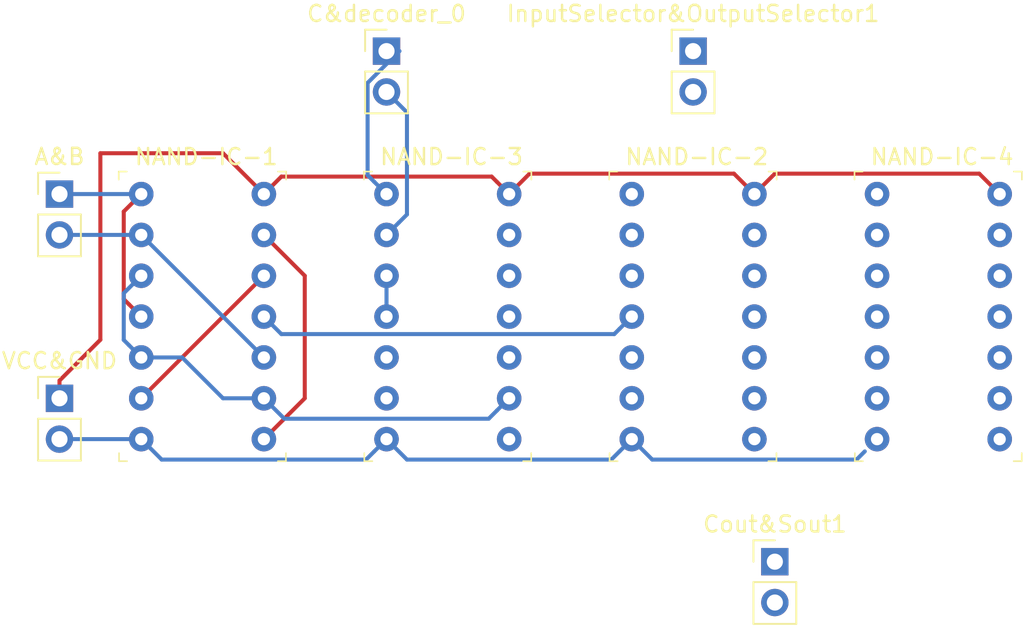
<source format=kicad_pcb>
(kicad_pcb (version 20171130) (host pcbnew 5.1.4)

  (general
    (thickness 1.6)
    (drawings 0)
    (tracks 63)
    (zones 0)
    (modules 9)
    (nets 24)
  )

  (page A4)
  (layers
    (0 F.Cu signal)
    (31 B.Cu signal)
    (32 B.Adhes user)
    (33 F.Adhes user)
    (34 B.Paste user)
    (35 F.Paste user)
    (36 B.SilkS user)
    (37 F.SilkS user)
    (38 B.Mask user)
    (39 F.Mask user)
    (40 Dwgs.User user)
    (41 Cmts.User user)
    (42 Eco1.User user)
    (43 Eco2.User user)
    (44 Edge.Cuts user)
    (45 Margin user)
    (46 B.CrtYd user)
    (47 F.CrtYd user)
    (48 B.Fab user)
    (49 F.Fab user hide)
  )

  (setup
    (last_trace_width 0.25)
    (trace_clearance 0.2)
    (zone_clearance 0.508)
    (zone_45_only no)
    (trace_min 0.2)
    (via_size 0.8)
    (via_drill 0.4)
    (via_min_size 0.4)
    (via_min_drill 0.3)
    (uvia_size 0.3)
    (uvia_drill 0.1)
    (uvias_allowed no)
    (uvia_min_size 0.2)
    (uvia_min_drill 0.1)
    (edge_width 0.05)
    (segment_width 0.2)
    (pcb_text_width 0.3)
    (pcb_text_size 1.5 1.5)
    (mod_edge_width 0.12)
    (mod_text_size 1 1)
    (mod_text_width 0.15)
    (pad_size 1.524 1.524)
    (pad_drill 0.762)
    (pad_to_mask_clearance 0.051)
    (solder_mask_min_width 0.25)
    (aux_axis_origin 0 0)
    (visible_elements FFFFFF7F)
    (pcbplotparams
      (layerselection 0x010fc_ffffffff)
      (usegerberextensions false)
      (usegerberattributes false)
      (usegerberadvancedattributes false)
      (creategerberjobfile false)
      (excludeedgelayer true)
      (linewidth 0.100000)
      (plotframeref false)
      (viasonmask false)
      (mode 1)
      (useauxorigin false)
      (hpglpennumber 1)
      (hpglpenspeed 20)
      (hpglpendiameter 15.000000)
      (psnegative false)
      (psa4output false)
      (plotreference true)
      (plotvalue true)
      (plotinvisibletext false)
      (padsonsilk false)
      (subtractmaskfromsilk false)
      (outputformat 1)
      (mirror false)
      (drillshape 1)
      (scaleselection 1)
      (outputdirectory ""))
  )

  (net 0 "")
  (net 1 "Net-(C&decoder_0-Pad1)")
  (net 2 "Net-(C&decoder_0-Pad2)")
  (net 3 "Net-(Cout&Sout1-Pad2)")
  (net 4 "Net-(Cout&Sout1-Pad1)")
  (net 5 "Net-(InputSelector&OutputSelector1-Pad1)")
  (net 6 "Net-(InputSelector&OutputSelector1-Pad2)")
  (net 7 "Net-(NAND-IC-1-Pad3)")
  (net 8 "Net-(NAND-IC-1-Pad12)")
  (net 9 "Net-(NAND-IC-1-Pad13)")
  (net 10 "Net-(NAND-IC-1-Pad11)")
  (net 11 "Net-(NAND-IC-2-Pad13)")
  (net 12 "Net-(NAND-IC-2-Pad12)")
  (net 13 "Net-(NAND-IC-2-Pad11)")
  (net 14 "Net-(NAND-IC-2-Pad10)")
  (net 15 "Net-(NAND-IC-2-Pad3)")
  (net 16 "Net-(NAND-IC-3-Pad3)")
  (net 17 "Net-(NAND-IC-4-Pad10)")
  (net 18 "Net-(NAND-IC-4-Pad12)")
  (net 19 "Net-(NAND-IC-4-Pad13)")
  (net 20 "Net-(JVCC&GND1-Pad1)")
  (net 21 "Net-(JVCC&GND1-Pad2)")
  (net 22 "Net-(A&B1-Pad1)")
  (net 23 "Net-(A&B1-Pad2)")

  (net_class Default "This is the default net class."
    (clearance 0.2)
    (trace_width 0.25)
    (via_dia 0.8)
    (via_drill 0.4)
    (uvia_dia 0.3)
    (uvia_drill 0.1)
    (add_net "Net-(A&B1-Pad1)")
    (add_net "Net-(A&B1-Pad2)")
    (add_net "Net-(C&decoder_0-Pad1)")
    (add_net "Net-(C&decoder_0-Pad2)")
    (add_net "Net-(Cout&Sout1-Pad1)")
    (add_net "Net-(Cout&Sout1-Pad2)")
    (add_net "Net-(InputSelector&OutputSelector1-Pad1)")
    (add_net "Net-(InputSelector&OutputSelector1-Pad2)")
    (add_net "Net-(JVCC&GND1-Pad1)")
    (add_net "Net-(JVCC&GND1-Pad2)")
    (add_net "Net-(NAND-IC-1-Pad11)")
    (add_net "Net-(NAND-IC-1-Pad12)")
    (add_net "Net-(NAND-IC-1-Pad13)")
    (add_net "Net-(NAND-IC-1-Pad3)")
    (add_net "Net-(NAND-IC-2-Pad10)")
    (add_net "Net-(NAND-IC-2-Pad11)")
    (add_net "Net-(NAND-IC-2-Pad12)")
    (add_net "Net-(NAND-IC-2-Pad13)")
    (add_net "Net-(NAND-IC-2-Pad3)")
    (add_net "Net-(NAND-IC-3-Pad3)")
    (add_net "Net-(NAND-IC-4-Pad10)")
    (add_net "Net-(NAND-IC-4-Pad12)")
    (add_net "Net-(NAND-IC-4-Pad13)")
  )

  (module Digikey:Socket_DIP-14_7.62mm_Conn (layer F.Cu) (tedit 5AA7D46B) (tstamp 5E018726)
    (at 92.71 -685.8)
    (descr http://www.assmann-wsw.com/fileadmin/datasheets/ASS_0810_CO.pdf)
    (path /5DFE03CB)
    (fp_text reference NAND-IC-2 (at 4.04 -2.32) (layer F.SilkS)
      (effects (font (size 1 1) (thickness 0.15)))
    )
    (fp_text value 74LS00 (at 4.58 18.21) (layer F.Fab)
      (effects (font (size 1 1) (thickness 0.15)))
    )
    (fp_line (start -1.53 -1.52) (end -1.53 16.76) (layer F.CrtYd) (width 0.05))
    (fp_line (start 9.13 16.76) (end -1.53 16.76) (layer F.CrtYd) (width 0.05))
    (fp_line (start 9.13 -1.52) (end 9.13 16.76) (layer F.CrtYd) (width 0.05))
    (fp_line (start 9.13 -1.52) (end -1.53 -1.52) (layer F.CrtYd) (width 0.05))
    (fp_text user %R (at 3.78 7.63) (layer F.Fab) hide
      (effects (font (size 1 1) (thickness 0.15)))
    )
    (fp_line (start 8.99 16.61) (end 8.99 16.11) (layer F.SilkS) (width 0.1))
    (fp_line (start 8.99 16.61) (end 8.49 16.61) (layer F.SilkS) (width 0.1))
    (fp_line (start -1.38 16.61) (end -0.88 16.61) (layer F.SilkS) (width 0.1))
    (fp_line (start -1.38 16.61) (end -1.38 16.11) (layer F.SilkS) (width 0.1))
    (fp_line (start -1.4 -1.4) (end -1.4 -0.9) (layer F.SilkS) (width 0.1))
    (fp_line (start -1.4 -1.4) (end -0.9 -1.4) (layer F.SilkS) (width 0.1))
    (fp_line (start 9 -1.4) (end 9 -0.9) (layer F.SilkS) (width 0.1))
    (fp_line (start 9 -1.4) (end 8.5 -1.4) (layer F.SilkS) (width 0.1))
    (fp_line (start -1.28 16.51) (end 8.88 16.51) (layer F.Fab) (width 0.1))
    (fp_line (start 8.88 -1.27) (end 8.88 16.51) (layer F.Fab) (width 0.1))
    (fp_line (start -1.28 -1.27) (end 8.88 -1.27) (layer F.Fab) (width 0.1))
    (fp_line (start -1.28 -1.27) (end -1.28 16.51) (layer F.Fab) (width 0.1))
    (pad 1 thru_hole circle (at 0 0) (size 1.524 1.524) (drill 0.762) (layers *.Cu *.Mask)
      (net 10 "Net-(NAND-IC-1-Pad11)"))
    (pad 2 thru_hole circle (at 0 2.54) (size 1.524 1.524) (drill 0.762) (layers *.Cu *.Mask)
      (net 14 "Net-(NAND-IC-2-Pad10)"))
    (pad 3 thru_hole circle (at 0 5.08) (size 1.524 1.524) (drill 0.762) (layers *.Cu *.Mask)
      (net 15 "Net-(NAND-IC-2-Pad3)"))
    (pad 4 thru_hole circle (at 0 7.62) (size 1.524 1.524) (drill 0.762) (layers *.Cu *.Mask)
      (net 10 "Net-(NAND-IC-1-Pad11)"))
    (pad 5 thru_hole circle (at 0 10.16) (size 1.524 1.524) (drill 0.762) (layers *.Cu *.Mask)
      (net 15 "Net-(NAND-IC-2-Pad3)"))
    (pad 6 thru_hole circle (at 0 12.7) (size 1.524 1.524) (drill 0.762) (layers *.Cu *.Mask)
      (net 12 "Net-(NAND-IC-2-Pad12)"))
    (pad 7 thru_hole circle (at 0 15.24) (size 1.524 1.524) (drill 0.762) (layers *.Cu *.Mask)
      (net 21 "Net-(JVCC&GND1-Pad2)"))
    (pad 8 thru_hole circle (at 7.62 15.24) (size 1.524 1.524) (drill 0.762) (layers *.Cu *.Mask)
      (net 11 "Net-(NAND-IC-2-Pad13)"))
    (pad 9 thru_hole circle (at 7.62 12.7) (size 1.524 1.524) (drill 0.762) (layers *.Cu *.Mask)
      (net 15 "Net-(NAND-IC-2-Pad3)"))
    (pad 10 thru_hole circle (at 7.62 10.16) (size 1.524 1.524) (drill 0.762) (layers *.Cu *.Mask)
      (net 14 "Net-(NAND-IC-2-Pad10)"))
    (pad 11 thru_hole circle (at 7.62 7.62) (size 1.524 1.524) (drill 0.762) (layers *.Cu *.Mask)
      (net 13 "Net-(NAND-IC-2-Pad11)"))
    (pad 12 thru_hole circle (at 7.62 5.08) (size 1.524 1.524) (drill 0.762) (layers *.Cu *.Mask)
      (net 12 "Net-(NAND-IC-2-Pad12)"))
    (pad 13 thru_hole circle (at 7.62 2.54) (size 1.524 1.524) (drill 0.762) (layers *.Cu *.Mask)
      (net 11 "Net-(NAND-IC-2-Pad13)"))
    (pad 14 thru_hole circle (at 7.62 0) (size 1.524 1.524) (drill 0.762) (layers *.Cu *.Mask)
      (net 20 "Net-(JVCC&GND1-Pad1)"))
  )

  (module Digikey:Socket_DIP-14_7.62mm_Conn (layer F.Cu) (tedit 5AA7D46B) (tstamp 5E018703)
    (at 62.23 -685.8)
    (descr http://www.assmann-wsw.com/fileadmin/datasheets/ASS_0810_CO.pdf)
    (path /5DFBF997)
    (fp_text reference NAND-IC-1 (at 4.04 -2.32) (layer F.SilkS)
      (effects (font (size 1 1) (thickness 0.15)))
    )
    (fp_text value 74LS00 (at 4.58 18.21) (layer F.Fab)
      (effects (font (size 1 1) (thickness 0.15)))
    )
    (fp_line (start -1.28 -1.27) (end -1.28 16.51) (layer F.Fab) (width 0.1))
    (fp_line (start -1.28 -1.27) (end 8.88 -1.27) (layer F.Fab) (width 0.1))
    (fp_line (start 8.88 -1.27) (end 8.88 16.51) (layer F.Fab) (width 0.1))
    (fp_line (start -1.28 16.51) (end 8.88 16.51) (layer F.Fab) (width 0.1))
    (fp_line (start 9 -1.4) (end 8.5 -1.4) (layer F.SilkS) (width 0.1))
    (fp_line (start 9 -1.4) (end 9 -0.9) (layer F.SilkS) (width 0.1))
    (fp_line (start -1.4 -1.4) (end -0.9 -1.4) (layer F.SilkS) (width 0.1))
    (fp_line (start -1.4 -1.4) (end -1.4 -0.9) (layer F.SilkS) (width 0.1))
    (fp_line (start -1.38 16.61) (end -1.38 16.11) (layer F.SilkS) (width 0.1))
    (fp_line (start -1.38 16.61) (end -0.88 16.61) (layer F.SilkS) (width 0.1))
    (fp_line (start 8.99 16.61) (end 8.49 16.61) (layer F.SilkS) (width 0.1))
    (fp_line (start 8.99 16.61) (end 8.99 16.11) (layer F.SilkS) (width 0.1))
    (fp_text user %R (at 3.78 7.63) (layer F.Fab) hide
      (effects (font (size 1 1) (thickness 0.15)))
    )
    (fp_line (start 9.13 -1.52) (end -1.53 -1.52) (layer F.CrtYd) (width 0.05))
    (fp_line (start 9.13 -1.52) (end 9.13 16.76) (layer F.CrtYd) (width 0.05))
    (fp_line (start 9.13 16.76) (end -1.53 16.76) (layer F.CrtYd) (width 0.05))
    (fp_line (start -1.53 -1.52) (end -1.53 16.76) (layer F.CrtYd) (width 0.05))
    (pad 14 thru_hole circle (at 7.62 0) (size 1.524 1.524) (drill 0.762) (layers *.Cu *.Mask)
      (net 20 "Net-(JVCC&GND1-Pad1)"))
    (pad 13 thru_hole circle (at 7.62 2.54) (size 1.524 1.524) (drill 0.762) (layers *.Cu *.Mask)
      (net 9 "Net-(NAND-IC-1-Pad13)"))
    (pad 12 thru_hole circle (at 7.62 5.08) (size 1.524 1.524) (drill 0.762) (layers *.Cu *.Mask)
      (net 8 "Net-(NAND-IC-1-Pad12)"))
    (pad 11 thru_hole circle (at 7.62 7.62) (size 1.524 1.524) (drill 0.762) (layers *.Cu *.Mask)
      (net 10 "Net-(NAND-IC-1-Pad11)"))
    (pad 10 thru_hole circle (at 7.62 10.16) (size 1.524 1.524) (drill 0.762) (layers *.Cu *.Mask)
      (net 23 "Net-(A&B1-Pad2)"))
    (pad 9 thru_hole circle (at 7.62 12.7) (size 1.524 1.524) (drill 0.762) (layers *.Cu *.Mask)
      (net 7 "Net-(NAND-IC-1-Pad3)"))
    (pad 8 thru_hole circle (at 7.62 15.24) (size 1.524 1.524) (drill 0.762) (layers *.Cu *.Mask)
      (net 9 "Net-(NAND-IC-1-Pad13)"))
    (pad 7 thru_hole circle (at 0 15.24) (size 1.524 1.524) (drill 0.762) (layers *.Cu *.Mask)
      (net 21 "Net-(JVCC&GND1-Pad2)"))
    (pad 6 thru_hole circle (at 0 12.7) (size 1.524 1.524) (drill 0.762) (layers *.Cu *.Mask)
      (net 8 "Net-(NAND-IC-1-Pad12)"))
    (pad 5 thru_hole circle (at 0 10.16) (size 1.524 1.524) (drill 0.762) (layers *.Cu *.Mask)
      (net 7 "Net-(NAND-IC-1-Pad3)"))
    (pad 4 thru_hole circle (at 0 7.62) (size 1.524 1.524) (drill 0.762) (layers *.Cu *.Mask)
      (net 22 "Net-(A&B1-Pad1)"))
    (pad 3 thru_hole circle (at 0 5.08) (size 1.524 1.524) (drill 0.762) (layers *.Cu *.Mask)
      (net 7 "Net-(NAND-IC-1-Pad3)"))
    (pad 2 thru_hole circle (at 0 2.54) (size 1.524 1.524) (drill 0.762) (layers *.Cu *.Mask)
      (net 23 "Net-(A&B1-Pad2)"))
    (pad 1 thru_hole circle (at 0 0) (size 1.524 1.524) (drill 0.762) (layers *.Cu *.Mask)
      (net 22 "Net-(A&B1-Pad1)"))
  )

  (module Digikey:Socket_DIP-14_7.62mm_Conn (layer F.Cu) (tedit 5AA7D46B) (tstamp 5E018749)
    (at 77.47 -685.8)
    (descr http://www.assmann-wsw.com/fileadmin/datasheets/ASS_0810_CO.pdf)
    (path /5DE690BD)
    (fp_text reference NAND-IC-3 (at 4.04 -2.32) (layer F.SilkS)
      (effects (font (size 1 1) (thickness 0.15)))
    )
    (fp_text value 74LS00 (at 4.58 18.21) (layer F.Fab)
      (effects (font (size 1 1) (thickness 0.15)))
    )
    (fp_line (start -1.53 -1.52) (end -1.53 16.76) (layer F.CrtYd) (width 0.05))
    (fp_line (start 9.13 16.76) (end -1.53 16.76) (layer F.CrtYd) (width 0.05))
    (fp_line (start 9.13 -1.52) (end 9.13 16.76) (layer F.CrtYd) (width 0.05))
    (fp_line (start 9.13 -1.52) (end -1.53 -1.52) (layer F.CrtYd) (width 0.05))
    (fp_text user %R (at 3.81 5.08) (layer F.Fab) hide
      (effects (font (size 1 1) (thickness 0.15)))
    )
    (fp_line (start 8.99 16.61) (end 8.99 16.11) (layer F.SilkS) (width 0.1))
    (fp_line (start 8.99 16.61) (end 8.49 16.61) (layer F.SilkS) (width 0.1))
    (fp_line (start -1.38 16.61) (end -0.88 16.61) (layer F.SilkS) (width 0.1))
    (fp_line (start -1.38 16.61) (end -1.38 16.11) (layer F.SilkS) (width 0.1))
    (fp_line (start -1.4 -1.4) (end -1.4 -0.9) (layer F.SilkS) (width 0.1))
    (fp_line (start -1.4 -1.4) (end -0.9 -1.4) (layer F.SilkS) (width 0.1))
    (fp_line (start 9 -1.4) (end 9 -0.9) (layer F.SilkS) (width 0.1))
    (fp_line (start 9 -1.4) (end 8.5 -1.4) (layer F.SilkS) (width 0.1))
    (fp_line (start -1.28 16.51) (end 8.88 16.51) (layer F.Fab) (width 0.1))
    (fp_line (start 8.88 -1.27) (end 8.88 16.51) (layer F.Fab) (width 0.1))
    (fp_line (start -1.28 -1.27) (end 8.88 -1.27) (layer F.Fab) (width 0.1))
    (fp_line (start -1.28 -1.27) (end -1.28 16.51) (layer F.Fab) (width 0.1))
    (pad 1 thru_hole circle (at 0 0) (size 1.524 1.524) (drill 0.762) (layers *.Cu *.Mask)
      (net 1 "Net-(C&decoder_0-Pad1)"))
    (pad 2 thru_hole circle (at 0 2.54) (size 1.524 1.524) (drill 0.762) (layers *.Cu *.Mask)
      (net 2 "Net-(C&decoder_0-Pad2)"))
    (pad 3 thru_hole circle (at 0 5.08) (size 1.524 1.524) (drill 0.762) (layers *.Cu *.Mask)
      (net 16 "Net-(NAND-IC-3-Pad3)"))
    (pad 4 thru_hole circle (at 0 7.62) (size 1.524 1.524) (drill 0.762) (layers *.Cu *.Mask)
      (net 16 "Net-(NAND-IC-3-Pad3)"))
    (pad 5 thru_hole circle (at 0 10.16) (size 1.524 1.524) (drill 0.762) (layers *.Cu *.Mask)
      (net 5 "Net-(InputSelector&OutputSelector1-Pad1)"))
    (pad 6 thru_hole circle (at 0 12.7) (size 1.524 1.524) (drill 0.762) (layers *.Cu *.Mask)
      (net 14 "Net-(NAND-IC-2-Pad10)"))
    (pad 7 thru_hole circle (at 0 15.24) (size 1.524 1.524) (drill 0.762) (layers *.Cu *.Mask)
      (net 21 "Net-(JVCC&GND1-Pad2)"))
    (pad 8 thru_hole circle (at 7.62 15.24) (size 1.524 1.524) (drill 0.762) (layers *.Cu *.Mask)
      (net 4 "Net-(Cout&Sout1-Pad1)"))
    (pad 9 thru_hole circle (at 7.62 12.7) (size 1.524 1.524) (drill 0.762) (layers *.Cu *.Mask)
      (net 7 "Net-(NAND-IC-1-Pad3)"))
    (pad 10 thru_hole circle (at 7.62 10.16) (size 1.524 1.524) (drill 0.762) (layers *.Cu *.Mask)
      (net 15 "Net-(NAND-IC-2-Pad3)"))
    (pad 11 thru_hole circle (at 7.62 7.62) (size 1.524 1.524) (drill 0.762) (layers *.Cu *.Mask))
    (pad 12 thru_hole circle (at 7.62 5.08) (size 1.524 1.524) (drill 0.762) (layers *.Cu *.Mask))
    (pad 13 thru_hole circle (at 7.62 2.54) (size 1.524 1.524) (drill 0.762) (layers *.Cu *.Mask))
    (pad 14 thru_hole circle (at 7.62 0) (size 1.524 1.524) (drill 0.762) (layers *.Cu *.Mask)
      (net 20 "Net-(JVCC&GND1-Pad1)"))
  )

  (module Digikey:Socket_DIP-14_7.62mm_Conn (layer F.Cu) (tedit 5AA7D46B) (tstamp 5E01876C)
    (at 107.95 -685.8)
    (descr http://www.assmann-wsw.com/fileadmin/datasheets/ASS_0810_CO.pdf)
    (path /5E0EDF5A)
    (fp_text reference NAND-IC-4 (at 4.04 -2.32) (layer F.SilkS)
      (effects (font (size 1 1) (thickness 0.15)))
    )
    (fp_text value 74LS00 (at 4.58 18.21) (layer F.Fab)
      (effects (font (size 1 1) (thickness 0.15)))
    )
    (fp_line (start -1.28 -1.27) (end -1.28 16.51) (layer F.Fab) (width 0.1))
    (fp_line (start -1.28 -1.27) (end 8.88 -1.27) (layer F.Fab) (width 0.1))
    (fp_line (start 8.88 -1.27) (end 8.88 16.51) (layer F.Fab) (width 0.1))
    (fp_line (start -1.28 16.51) (end 8.88 16.51) (layer F.Fab) (width 0.1))
    (fp_line (start 9 -1.4) (end 8.5 -1.4) (layer F.SilkS) (width 0.1))
    (fp_line (start 9 -1.4) (end 9 -0.9) (layer F.SilkS) (width 0.1))
    (fp_line (start -1.4 -1.4) (end -0.9 -1.4) (layer F.SilkS) (width 0.1))
    (fp_line (start -1.4 -1.4) (end -1.4 -0.9) (layer F.SilkS) (width 0.1))
    (fp_line (start -1.38 16.61) (end -1.38 16.11) (layer F.SilkS) (width 0.1))
    (fp_line (start -1.38 16.61) (end -0.88 16.61) (layer F.SilkS) (width 0.1))
    (fp_line (start 8.99 16.61) (end 8.49 16.61) (layer F.SilkS) (width 0.1))
    (fp_line (start 8.99 16.61) (end 8.99 16.11) (layer F.SilkS) (width 0.1))
    (fp_text user %R (at 3.78 7.63) (layer F.Fab) hide
      (effects (font (size 1 1) (thickness 0.15)))
    )
    (fp_line (start 9.13 -1.52) (end -1.53 -1.52) (layer F.CrtYd) (width 0.05))
    (fp_line (start 9.13 -1.52) (end 9.13 16.76) (layer F.CrtYd) (width 0.05))
    (fp_line (start 9.13 16.76) (end -1.53 16.76) (layer F.CrtYd) (width 0.05))
    (fp_line (start -1.53 -1.52) (end -1.53 16.76) (layer F.CrtYd) (width 0.05))
    (pad 14 thru_hole circle (at 7.62 0) (size 1.524 1.524) (drill 0.762) (layers *.Cu *.Mask)
      (net 20 "Net-(JVCC&GND1-Pad1)"))
    (pad 13 thru_hole circle (at 7.62 2.54) (size 1.524 1.524) (drill 0.762) (layers *.Cu *.Mask)
      (net 19 "Net-(NAND-IC-4-Pad13)"))
    (pad 12 thru_hole circle (at 7.62 5.08) (size 1.524 1.524) (drill 0.762) (layers *.Cu *.Mask)
      (net 18 "Net-(NAND-IC-4-Pad12)"))
    (pad 11 thru_hole circle (at 7.62 7.62) (size 1.524 1.524) (drill 0.762) (layers *.Cu *.Mask)
      (net 3 "Net-(Cout&Sout1-Pad2)"))
    (pad 10 thru_hole circle (at 7.62 10.16) (size 1.524 1.524) (drill 0.762) (layers *.Cu *.Mask)
      (net 17 "Net-(NAND-IC-4-Pad10)"))
    (pad 9 thru_hole circle (at 7.62 12.7) (size 1.524 1.524) (drill 0.762) (layers *.Cu *.Mask)
      (net 13 "Net-(NAND-IC-2-Pad11)"))
    (pad 8 thru_hole circle (at 7.62 15.24) (size 1.524 1.524) (drill 0.762) (layers *.Cu *.Mask)
      (net 19 "Net-(NAND-IC-4-Pad13)"))
    (pad 7 thru_hole circle (at 0 15.24) (size 1.524 1.524) (drill 0.762) (layers *.Cu *.Mask)
      (net 21 "Net-(JVCC&GND1-Pad2)"))
    (pad 6 thru_hole circle (at 0 12.7) (size 1.524 1.524) (drill 0.762) (layers *.Cu *.Mask)
      (net 18 "Net-(NAND-IC-4-Pad12)"))
    (pad 5 thru_hole circle (at 0 10.16) (size 1.524 1.524) (drill 0.762) (layers *.Cu *.Mask)
      (net 6 "Net-(InputSelector&OutputSelector1-Pad2)"))
    (pad 4 thru_hole circle (at 0 7.62) (size 1.524 1.524) (drill 0.762) (layers *.Cu *.Mask)
      (net 4 "Net-(Cout&Sout1-Pad1)"))
    (pad 3 thru_hole circle (at 0 5.08) (size 1.524 1.524) (drill 0.762) (layers *.Cu *.Mask)
      (net 17 "Net-(NAND-IC-4-Pad10)"))
    (pad 2 thru_hole circle (at 0 2.54) (size 1.524 1.524) (drill 0.762) (layers *.Cu *.Mask)
      (net 6 "Net-(InputSelector&OutputSelector1-Pad2)"))
    (pad 1 thru_hole circle (at 0 0) (size 1.524 1.524) (drill 0.762) (layers *.Cu *.Mask)
      (net 6 "Net-(InputSelector&OutputSelector1-Pad2)"))
  )

  (module Connector_PinHeader_2.54mm:PinHeader_1x02_P2.54mm_Vertical (layer F.Cu) (tedit 59FED5CC) (tstamp 5E0191AC)
    (at 77.47 -694.69)
    (descr "Through hole straight pin header, 1x02, 2.54mm pitch, single row")
    (tags "Through hole pin header THT 1x02 2.54mm single row")
    (path /5E0E8985)
    (fp_text reference C&decoder_0 (at 0 -2.33) (layer F.SilkS)
      (effects (font (size 1 1) (thickness 0.15)))
    )
    (fp_text value Conn_01x02 (at 0 4.87) (layer F.Fab)
      (effects (font (size 1 1) (thickness 0.15)))
    )
    (fp_text user %R (at 0 1.27 90) (layer F.Fab) hide
      (effects (font (size 1 1) (thickness 0.15)))
    )
    (fp_line (start 1.8 -1.8) (end -1.8 -1.8) (layer F.CrtYd) (width 0.05))
    (fp_line (start 1.8 4.35) (end 1.8 -1.8) (layer F.CrtYd) (width 0.05))
    (fp_line (start -1.8 4.35) (end 1.8 4.35) (layer F.CrtYd) (width 0.05))
    (fp_line (start -1.8 -1.8) (end -1.8 4.35) (layer F.CrtYd) (width 0.05))
    (fp_line (start -1.33 -1.33) (end 0 -1.33) (layer F.SilkS) (width 0.12))
    (fp_line (start -1.33 0) (end -1.33 -1.33) (layer F.SilkS) (width 0.12))
    (fp_line (start -1.33 1.27) (end 1.33 1.27) (layer F.SilkS) (width 0.12))
    (fp_line (start 1.33 1.27) (end 1.33 3.87) (layer F.SilkS) (width 0.12))
    (fp_line (start -1.33 1.27) (end -1.33 3.87) (layer F.SilkS) (width 0.12))
    (fp_line (start -1.33 3.87) (end 1.33 3.87) (layer F.SilkS) (width 0.12))
    (fp_line (start -1.27 -0.635) (end -0.635 -1.27) (layer F.Fab) (width 0.1))
    (fp_line (start -1.27 3.81) (end -1.27 -0.635) (layer F.Fab) (width 0.1))
    (fp_line (start 1.27 3.81) (end -1.27 3.81) (layer F.Fab) (width 0.1))
    (fp_line (start 1.27 -1.27) (end 1.27 3.81) (layer F.Fab) (width 0.1))
    (fp_line (start -0.635 -1.27) (end 1.27 -1.27) (layer F.Fab) (width 0.1))
    (pad 2 thru_hole oval (at 0 2.54) (size 1.7 1.7) (drill 1) (layers *.Cu *.Mask)
      (net 2 "Net-(C&decoder_0-Pad2)"))
    (pad 1 thru_hole rect (at 0 0) (size 1.7 1.7) (drill 1) (layers *.Cu *.Mask)
      (net 1 "Net-(C&decoder_0-Pad1)"))
    (model ${KISYS3DMOD}/Connector_PinHeader_2.54mm.3dshapes/PinHeader_1x02_P2.54mm_Vertical.wrl
      (at (xyz 0 0 0))
      (scale (xyz 1 1 1))
      (rotate (xyz 0 0 0))
    )
  )

  (module Connector_PinHeader_2.54mm:PinHeader_1x02_P2.54mm_Vertical (layer F.Cu) (tedit 59FED5CC) (tstamp 5E0191C1)
    (at 101.6 -662.94)
    (descr "Through hole straight pin header, 1x02, 2.54mm pitch, single row")
    (tags "Through hole pin header THT 1x02 2.54mm single row")
    (path /5E1AD419)
    (fp_text reference Cout&Sout1 (at 0 -2.33) (layer F.SilkS)
      (effects (font (size 1 1) (thickness 0.15)))
    )
    (fp_text value Conn_01x02 (at 0 4.87) (layer F.Fab)
      (effects (font (size 1 1) (thickness 0.15)))
    )
    (fp_line (start -0.635 -1.27) (end 1.27 -1.27) (layer F.Fab) (width 0.1))
    (fp_line (start 1.27 -1.27) (end 1.27 3.81) (layer F.Fab) (width 0.1))
    (fp_line (start 1.27 3.81) (end -1.27 3.81) (layer F.Fab) (width 0.1))
    (fp_line (start -1.27 3.81) (end -1.27 -0.635) (layer F.Fab) (width 0.1))
    (fp_line (start -1.27 -0.635) (end -0.635 -1.27) (layer F.Fab) (width 0.1))
    (fp_line (start -1.33 3.87) (end 1.33 3.87) (layer F.SilkS) (width 0.12))
    (fp_line (start -1.33 1.27) (end -1.33 3.87) (layer F.SilkS) (width 0.12))
    (fp_line (start 1.33 1.27) (end 1.33 3.87) (layer F.SilkS) (width 0.12))
    (fp_line (start -1.33 1.27) (end 1.33 1.27) (layer F.SilkS) (width 0.12))
    (fp_line (start -1.33 0) (end -1.33 -1.33) (layer F.SilkS) (width 0.12))
    (fp_line (start -1.33 -1.33) (end 0 -1.33) (layer F.SilkS) (width 0.12))
    (fp_line (start -1.8 -1.8) (end -1.8 4.35) (layer F.CrtYd) (width 0.05))
    (fp_line (start -1.8 4.35) (end 1.8 4.35) (layer F.CrtYd) (width 0.05))
    (fp_line (start 1.8 4.35) (end 1.8 -1.8) (layer F.CrtYd) (width 0.05))
    (fp_line (start 1.8 -1.8) (end -1.8 -1.8) (layer F.CrtYd) (width 0.05))
    (fp_text user %R (at 0 1.27 90) (layer F.Fab) hide
      (effects (font (size 1 1) (thickness 0.15)))
    )
    (pad 1 thru_hole rect (at 0 0) (size 1.7 1.7) (drill 1) (layers *.Cu *.Mask)
      (net 4 "Net-(Cout&Sout1-Pad1)"))
    (pad 2 thru_hole oval (at 0 2.54) (size 1.7 1.7) (drill 1) (layers *.Cu *.Mask)
      (net 3 "Net-(Cout&Sout1-Pad2)"))
    (model ${KISYS3DMOD}/Connector_PinHeader_2.54mm.3dshapes/PinHeader_1x02_P2.54mm_Vertical.wrl
      (at (xyz 0 0 0))
      (scale (xyz 1 1 1))
      (rotate (xyz 0 0 0))
    )
  )

  (module Connector_PinHeader_2.54mm:PinHeader_1x02_P2.54mm_Vertical (layer F.Cu) (tedit 59FED5CC) (tstamp 5E0191EB)
    (at 96.52 -694.69)
    (descr "Through hole straight pin header, 1x02, 2.54mm pitch, single row")
    (tags "Through hole pin header THT 1x02 2.54mm single row")
    (path /5E0DD4AF)
    (fp_text reference InputSelector&OutputSelector1 (at 0 -2.33) (layer F.SilkS)
      (effects (font (size 1 1) (thickness 0.15)))
    )
    (fp_text value Conn_01x02 (at 0 4.87) (layer F.Fab)
      (effects (font (size 1 1) (thickness 0.15)))
    )
    (fp_line (start -0.635 -1.27) (end 1.27 -1.27) (layer F.Fab) (width 0.1))
    (fp_line (start 1.27 -1.27) (end 1.27 3.81) (layer F.Fab) (width 0.1))
    (fp_line (start 1.27 3.81) (end -1.27 3.81) (layer F.Fab) (width 0.1))
    (fp_line (start -1.27 3.81) (end -1.27 -0.635) (layer F.Fab) (width 0.1))
    (fp_line (start -1.27 -0.635) (end -0.635 -1.27) (layer F.Fab) (width 0.1))
    (fp_line (start -1.33 3.87) (end 1.33 3.87) (layer F.SilkS) (width 0.12))
    (fp_line (start -1.33 1.27) (end -1.33 3.87) (layer F.SilkS) (width 0.12))
    (fp_line (start 1.33 1.27) (end 1.33 3.87) (layer F.SilkS) (width 0.12))
    (fp_line (start -1.33 1.27) (end 1.33 1.27) (layer F.SilkS) (width 0.12))
    (fp_line (start -1.33 0) (end -1.33 -1.33) (layer F.SilkS) (width 0.12))
    (fp_line (start -1.33 -1.33) (end 0 -1.33) (layer F.SilkS) (width 0.12))
    (fp_line (start -1.8 -1.8) (end -1.8 4.35) (layer F.CrtYd) (width 0.05))
    (fp_line (start -1.8 4.35) (end 1.8 4.35) (layer F.CrtYd) (width 0.05))
    (fp_line (start 1.8 4.35) (end 1.8 -1.8) (layer F.CrtYd) (width 0.05))
    (fp_line (start 1.8 -1.8) (end -1.8 -1.8) (layer F.CrtYd) (width 0.05))
    (fp_text user %R (at 0 1.27 90) (layer F.Fab) hide
      (effects (font (size 1 1) (thickness 0.15)))
    )
    (pad 1 thru_hole rect (at 0 0) (size 1.7 1.7) (drill 1) (layers *.Cu *.Mask)
      (net 5 "Net-(InputSelector&OutputSelector1-Pad1)"))
    (pad 2 thru_hole oval (at 0 2.54) (size 1.7 1.7) (drill 1) (layers *.Cu *.Mask)
      (net 6 "Net-(InputSelector&OutputSelector1-Pad2)"))
    (model ${KISYS3DMOD}/Connector_PinHeader_2.54mm.3dshapes/PinHeader_1x02_P2.54mm_Vertical.wrl
      (at (xyz 0 0 0))
      (scale (xyz 1 1 1))
      (rotate (xyz 0 0 0))
    )
  )

  (module Connector_PinHeader_2.54mm:PinHeader_1x02_P2.54mm_Vertical (layer F.Cu) (tedit 59FED5CC) (tstamp 5E019200)
    (at 57.15 -673.1)
    (descr "Through hole straight pin header, 1x02, 2.54mm pitch, single row")
    (tags "Through hole pin header THT 1x02 2.54mm single row")
    (path /5E05D4E7)
    (fp_text reference VCC&GND (at 0 -2.33) (layer F.SilkS)
      (effects (font (size 1 1) (thickness 0.15)))
    )
    (fp_text value Conn_01x02 (at 0 4.87) (layer F.Fab)
      (effects (font (size 1 1) (thickness 0.15)))
    )
    (fp_line (start -0.635 -1.27) (end 1.27 -1.27) (layer F.Fab) (width 0.1))
    (fp_line (start 1.27 -1.27) (end 1.27 3.81) (layer F.Fab) (width 0.1))
    (fp_line (start 1.27 3.81) (end -1.27 3.81) (layer F.Fab) (width 0.1))
    (fp_line (start -1.27 3.81) (end -1.27 -0.635) (layer F.Fab) (width 0.1))
    (fp_line (start -1.27 -0.635) (end -0.635 -1.27) (layer F.Fab) (width 0.1))
    (fp_line (start -1.33 3.87) (end 1.33 3.87) (layer F.SilkS) (width 0.12))
    (fp_line (start -1.33 1.27) (end -1.33 3.87) (layer F.SilkS) (width 0.12))
    (fp_line (start 1.33 1.27) (end 1.33 3.87) (layer F.SilkS) (width 0.12))
    (fp_line (start -1.33 1.27) (end 1.33 1.27) (layer F.SilkS) (width 0.12))
    (fp_line (start -1.33 0) (end -1.33 -1.33) (layer F.SilkS) (width 0.12))
    (fp_line (start -1.33 -1.33) (end 0 -1.33) (layer F.SilkS) (width 0.12))
    (fp_line (start -1.8 -1.8) (end -1.8 4.35) (layer F.CrtYd) (width 0.05))
    (fp_line (start -1.8 4.35) (end 1.8 4.35) (layer F.CrtYd) (width 0.05))
    (fp_line (start 1.8 4.35) (end 1.8 -1.8) (layer F.CrtYd) (width 0.05))
    (fp_line (start 1.8 -1.8) (end -1.8 -1.8) (layer F.CrtYd) (width 0.05))
    (fp_text user %R (at 0 1.27 90) (layer F.Fab) hide
      (effects (font (size 1 1) (thickness 0.15)))
    )
    (pad 1 thru_hole rect (at 0 0) (size 1.7 1.7) (drill 1) (layers *.Cu *.Mask)
      (net 20 "Net-(JVCC&GND1-Pad1)"))
    (pad 2 thru_hole oval (at 0 2.54) (size 1.7 1.7) (drill 1) (layers *.Cu *.Mask)
      (net 21 "Net-(JVCC&GND1-Pad2)"))
    (model ${KISYS3DMOD}/Connector_PinHeader_2.54mm.3dshapes/PinHeader_1x02_P2.54mm_Vertical.wrl
      (at (xyz 0 0 0))
      (scale (xyz 1 1 1))
      (rotate (xyz 0 0 0))
    )
  )

  (module Connector_PinHeader_2.54mm:PinHeader_1x02_P2.54mm_Vertical (layer F.Cu) (tedit 59FED5CC) (tstamp 5E0196CA)
    (at 57.15 -685.8)
    (descr "Through hole straight pin header, 1x02, 2.54mm pitch, single row")
    (tags "Through hole pin header THT 1x02 2.54mm single row")
    (path /5E0BA8C4)
    (fp_text reference A&B (at 0 -2.33) (layer F.SilkS)
      (effects (font (size 1 1) (thickness 0.15)))
    )
    (fp_text value Conn_01x02 (at 0 4.87) (layer F.Fab)
      (effects (font (size 1 1) (thickness 0.15)))
    )
    (fp_line (start -0.635 -1.27) (end 1.27 -1.27) (layer F.Fab) (width 0.1))
    (fp_line (start 1.27 -1.27) (end 1.27 3.81) (layer F.Fab) (width 0.1))
    (fp_line (start 1.27 3.81) (end -1.27 3.81) (layer F.Fab) (width 0.1))
    (fp_line (start -1.27 3.81) (end -1.27 -0.635) (layer F.Fab) (width 0.1))
    (fp_line (start -1.27 -0.635) (end -0.635 -1.27) (layer F.Fab) (width 0.1))
    (fp_line (start -1.33 3.87) (end 1.33 3.87) (layer F.SilkS) (width 0.12))
    (fp_line (start -1.33 1.27) (end -1.33 3.87) (layer F.SilkS) (width 0.12))
    (fp_line (start 1.33 1.27) (end 1.33 3.87) (layer F.SilkS) (width 0.12))
    (fp_line (start -1.33 1.27) (end 1.33 1.27) (layer F.SilkS) (width 0.12))
    (fp_line (start -1.33 0) (end -1.33 -1.33) (layer F.SilkS) (width 0.12))
    (fp_line (start -1.33 -1.33) (end 0 -1.33) (layer F.SilkS) (width 0.12))
    (fp_line (start -1.8 -1.8) (end -1.8 4.35) (layer F.CrtYd) (width 0.05))
    (fp_line (start -1.8 4.35) (end 1.8 4.35) (layer F.CrtYd) (width 0.05))
    (fp_line (start 1.8 4.35) (end 1.8 -1.8) (layer F.CrtYd) (width 0.05))
    (fp_line (start 1.8 -1.8) (end -1.8 -1.8) (layer F.CrtYd) (width 0.05))
    (fp_text user %R (at 0 3.81 90) (layer F.Fab)
      (effects (font (size 1 1) (thickness 0.15)))
    )
    (pad 1 thru_hole rect (at 0 0) (size 1.7 1.7) (drill 1) (layers *.Cu *.Mask)
      (net 22 "Net-(A&B1-Pad1)"))
    (pad 2 thru_hole oval (at 0 2.54) (size 1.7 1.7) (drill 1) (layers *.Cu *.Mask)
      (net 23 "Net-(A&B1-Pad2)"))
    (model ${KISYS3DMOD}/Connector_PinHeader_2.54mm.3dshapes/PinHeader_1x02_P2.54mm_Vertical.wrl
      (at (xyz 0 0 0))
      (scale (xyz 1 1 1))
      (rotate (xyz 0 0 0))
    )
  )

  (segment (start 76.708001 -686.561999) (end 77.47 -685.8) (width 0.25) (layer B.Cu) (net 1))
  (segment (start 76.294999 -692.714001) (end 76.294999 -686.975001) (width 0.25) (layer B.Cu) (net 1))
  (segment (start 76.294999 -686.975001) (end 76.708001 -686.561999) (width 0.25) (layer B.Cu) (net 1))
  (segment (start 78.270998 -694.69) (end 76.294999 -692.714001) (width 0.25) (layer B.Cu) (net 1))
  (segment (start 77.47 -694.69) (end 78.270998 -694.69) (width 0.25) (layer B.Cu) (net 1))
  (segment (start 78.231999 -684.021999) (end 77.47 -683.26) (width 0.25) (layer B.Cu) (net 2))
  (segment (start 78.74 -684.53) (end 78.231999 -684.021999) (width 0.25) (layer B.Cu) (net 2))
  (segment (start 78.74 -690.88) (end 78.74 -684.53) (width 0.25) (layer B.Cu) (net 2))
  (segment (start 77.47 -692.15) (end 78.74 -690.88) (width 0.25) (layer B.Cu) (net 2))
  (segment (start 61.468001 -676.401999) (end 62.23 -675.64) (width 0.25) (layer B.Cu) (net 7))
  (segment (start 61.142999 -676.727001) (end 61.468001 -676.401999) (width 0.25) (layer B.Cu) (net 7))
  (segment (start 61.142999 -679.632999) (end 61.142999 -676.727001) (width 0.25) (layer B.Cu) (net 7))
  (segment (start 62.23 -680.72) (end 61.142999 -679.632999) (width 0.25) (layer B.Cu) (net 7))
  (segment (start 84.328001 -672.338001) (end 85.09 -673.1) (width 0.25) (layer B.Cu) (net 7))
  (segment (start 83.82 -671.83) (end 84.328001 -672.338001) (width 0.25) (layer B.Cu) (net 7))
  (segment (start 71.12 -671.83) (end 83.82 -671.83) (width 0.25) (layer B.Cu) (net 7))
  (segment (start 69.85 -673.1) (end 71.12 -671.83) (width 0.25) (layer B.Cu) (net 7))
  (segment (start 62.23 -675.64) (end 64.77 -675.64) (width 0.25) (layer B.Cu) (net 7))
  (segment (start 67.31 -673.1) (end 69.85 -673.1) (width 0.25) (layer B.Cu) (net 7))
  (segment (start 64.77 -675.64) (end 67.31 -673.1) (width 0.25) (layer B.Cu) (net 7))
  (segment (start 62.23 -673.1) (end 69.85 -680.72) (width 0.25) (layer F.Cu) (net 8))
  (segment (start 69.85 -683.26) (end 72.39 -680.72) (width 0.25) (layer F.Cu) (net 9))
  (segment (start 72.39 -673.1) (end 69.85 -670.56) (width 0.25) (layer F.Cu) (net 9))
  (segment (start 72.39 -680.72) (end 72.39 -673.1) (width 0.25) (layer F.Cu) (net 9))
  (segment (start 91.948001 -677.418001) (end 92.71 -678.18) (width 0.25) (layer B.Cu) (net 10))
  (segment (start 91.622999 -677.092999) (end 91.948001 -677.418001) (width 0.25) (layer B.Cu) (net 10))
  (segment (start 70.937001 -677.092999) (end 91.622999 -677.092999) (width 0.25) (layer B.Cu) (net 10))
  (segment (start 69.85 -678.18) (end 70.937001 -677.092999) (width 0.25) (layer B.Cu) (net 10))
  (segment (start 77.47 -678.18) (end 77.47 -680.72) (width 0.25) (layer B.Cu) (net 16))
  (segment (start 67.31 -688.34) (end 69.85 -685.8) (width 0.25) (layer F.Cu) (net 20))
  (segment (start 59.69 -688.34) (end 67.31 -688.34) (width 0.25) (layer F.Cu) (net 20))
  (segment (start 59.69 -676.74) (end 59.69 -688.34) (width 0.25) (layer F.Cu) (net 20))
  (segment (start 57.15 -673.1) (end 57.15 -674.2) (width 0.25) (layer F.Cu) (net 20))
  (segment (start 57.15 -674.2) (end 59.69 -676.74) (width 0.25) (layer F.Cu) (net 20))
  (segment (start 84.002999 -686.887001) (end 84.328001 -686.561999) (width 0.25) (layer F.Cu) (net 20))
  (segment (start 70.937001 -686.887001) (end 84.002999 -686.887001) (width 0.25) (layer F.Cu) (net 20))
  (segment (start 84.328001 -686.561999) (end 85.09 -685.8) (width 0.25) (layer F.Cu) (net 20))
  (segment (start 69.85 -685.8) (end 70.937001 -686.887001) (width 0.25) (layer F.Cu) (net 20))
  (segment (start 85.09 -685.8) (end 86.36 -687.07) (width 0.25) (layer F.Cu) (net 20))
  (segment (start 99.06 -687.07) (end 100.33 -685.8) (width 0.25) (layer F.Cu) (net 20))
  (segment (start 86.36 -687.07) (end 99.06 -687.07) (width 0.25) (layer F.Cu) (net 20))
  (segment (start 100.33 -685.8) (end 101.6 -687.07) (width 0.25) (layer F.Cu) (net 20))
  (segment (start 114.3 -687.07) (end 115.57 -685.8) (width 0.25) (layer F.Cu) (net 20))
  (segment (start 101.6 -687.07) (end 114.3 -687.07) (width 0.25) (layer F.Cu) (net 20))
  (segment (start 57.15 -670.56) (end 62.23 -670.56) (width 0.25) (layer B.Cu) (net 21))
  (segment (start 76.708001 -669.798001) (end 77.47 -670.56) (width 0.25) (layer B.Cu) (net 21))
  (segment (start 76.2 -669.29) (end 76.708001 -669.798001) (width 0.25) (layer B.Cu) (net 21))
  (segment (start 63.5 -669.29) (end 76.2 -669.29) (width 0.25) (layer B.Cu) (net 21))
  (segment (start 62.23 -670.56) (end 63.5 -669.29) (width 0.25) (layer B.Cu) (net 21))
  (segment (start 91.948001 -669.798001) (end 92.71 -670.56) (width 0.25) (layer B.Cu) (net 21))
  (segment (start 91.44 -669.29) (end 91.948001 -669.798001) (width 0.25) (layer B.Cu) (net 21))
  (segment (start 78.74 -669.29) (end 91.44 -669.29) (width 0.25) (layer B.Cu) (net 21))
  (segment (start 77.47 -670.56) (end 78.74 -669.29) (width 0.25) (layer B.Cu) (net 21))
  (segment (start 106.68 -669.29) (end 107.188001 -669.798001) (width 0.25) (layer B.Cu) (net 21))
  (segment (start 92.71 -670.56) (end 93.98 -669.29) (width 0.25) (layer B.Cu) (net 21))
  (segment (start 93.98 -669.29) (end 106.68 -669.29) (width 0.25) (layer B.Cu) (net 21))
  (segment (start 57.15 -685.8) (end 62.23 -685.8) (width 0.25) (layer B.Cu) (net 22))
  (segment (start 61.468001 -678.941999) (end 62.23 -678.18) (width 0.25) (layer F.Cu) (net 22))
  (segment (start 61.142999 -679.267001) (end 61.468001 -678.941999) (width 0.25) (layer F.Cu) (net 22))
  (segment (start 61.142999 -684.712999) (end 61.142999 -679.267001) (width 0.25) (layer F.Cu) (net 22))
  (segment (start 62.23 -685.8) (end 61.142999 -684.712999) (width 0.25) (layer F.Cu) (net 22))
  (segment (start 57.15 -683.26) (end 62.23 -683.26) (width 0.25) (layer B.Cu) (net 23))
  (segment (start 62.23 -683.26) (end 69.85 -675.64) (width 0.25) (layer B.Cu) (net 23))

)

</source>
